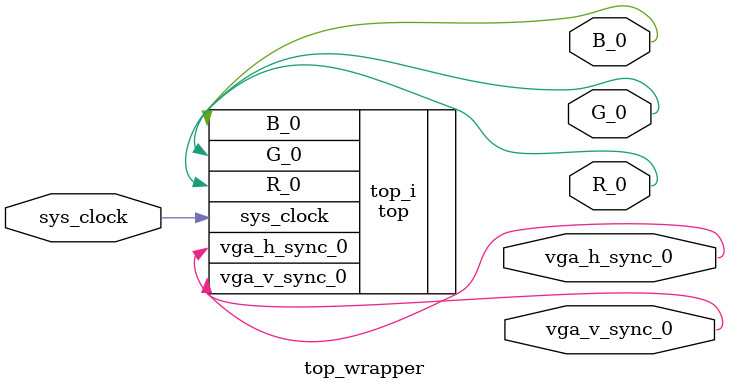
<source format=v>
`timescale 1 ps / 1 ps

module top_wrapper
   (B_0,
    G_0,
    R_0,
    sys_clock,
    vga_h_sync_0,
    vga_v_sync_0);
  output B_0;
  output G_0;
  output R_0;
  input sys_clock;
  output vga_h_sync_0;
  output vga_v_sync_0;

  wire B_0;
  wire G_0;
  wire R_0;
  wire sys_clock;
  wire vga_h_sync_0;
  wire vga_v_sync_0;

  top top_i
       (.B_0(B_0),
        .G_0(G_0),
        .R_0(R_0),
        .sys_clock(sys_clock),
        .vga_h_sync_0(vga_h_sync_0),
        .vga_v_sync_0(vga_v_sync_0));
endmodule

</source>
